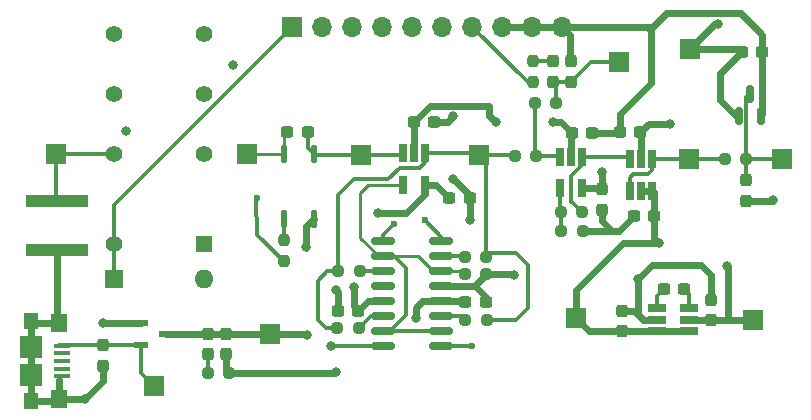
<source format=gtl>
%TF.GenerationSoftware,KiCad,Pcbnew,(6.0.7)*%
%TF.CreationDate,2023-02-28T16:34:09-05:00*%
%TF.ProjectId,Front_EndDesign3,46726f6e-745f-4456-9e64-44657369676e,rev?*%
%TF.SameCoordinates,Original*%
%TF.FileFunction,Copper,L1,Top*%
%TF.FilePolarity,Positive*%
%FSLAX46Y46*%
G04 Gerber Fmt 4.6, Leading zero omitted, Abs format (unit mm)*
G04 Created by KiCad (PCBNEW (6.0.7)) date 2023-02-28 16:34:09*
%MOMM*%
%LPD*%
G01*
G04 APERTURE LIST*
G04 Aperture macros list*
%AMRoundRect*
0 Rectangle with rounded corners*
0 $1 Rounding radius*
0 $2 $3 $4 $5 $6 $7 $8 $9 X,Y pos of 4 corners*
0 Add a 4 corners polygon primitive as box body*
4,1,4,$2,$3,$4,$5,$6,$7,$8,$9,$2,$3,0*
0 Add four circle primitives for the rounded corners*
1,1,$1+$1,$2,$3*
1,1,$1+$1,$4,$5*
1,1,$1+$1,$6,$7*
1,1,$1+$1,$8,$9*
0 Add four rect primitives between the rounded corners*
20,1,$1+$1,$2,$3,$4,$5,0*
20,1,$1+$1,$4,$5,$6,$7,0*
20,1,$1+$1,$6,$7,$8,$9,0*
20,1,$1+$1,$8,$9,$2,$3,0*%
G04 Aperture macros list end*
%TA.AperFunction,SMDPad,CuDef*%
%ADD10RoundRect,0.237500X-0.300000X-0.237500X0.300000X-0.237500X0.300000X0.237500X-0.300000X0.237500X0*%
%TD*%
%TA.AperFunction,SMDPad,CuDef*%
%ADD11RoundRect,0.137500X0.137500X-0.587500X0.137500X0.587500X-0.137500X0.587500X-0.137500X-0.587500X0*%
%TD*%
%TA.AperFunction,SMDPad,CuDef*%
%ADD12RoundRect,0.237500X-0.250000X-0.237500X0.250000X-0.237500X0.250000X0.237500X-0.250000X0.237500X0*%
%TD*%
%TA.AperFunction,SMDPad,CuDef*%
%ADD13RoundRect,0.237500X-0.237500X0.300000X-0.237500X-0.300000X0.237500X-0.300000X0.237500X0.300000X0*%
%TD*%
%TA.AperFunction,ComponentPad*%
%ADD14R,1.700000X1.700000*%
%TD*%
%TA.AperFunction,SMDPad,CuDef*%
%ADD15R,0.650000X1.560000*%
%TD*%
%TA.AperFunction,SMDPad,CuDef*%
%ADD16RoundRect,0.237500X0.300000X0.237500X-0.300000X0.237500X-0.300000X-0.237500X0.300000X-0.237500X0*%
%TD*%
%TA.AperFunction,SMDPad,CuDef*%
%ADD17R,5.207000X1.066800*%
%TD*%
%TA.AperFunction,SMDPad,CuDef*%
%ADD18RoundRect,0.237500X0.237500X-0.300000X0.237500X0.300000X-0.237500X0.300000X-0.237500X-0.300000X0*%
%TD*%
%TA.AperFunction,SMDPad,CuDef*%
%ADD19R,1.560000X0.650000*%
%TD*%
%TA.AperFunction,SMDPad,CuDef*%
%ADD20RoundRect,0.150000X0.150000X-0.587500X0.150000X0.587500X-0.150000X0.587500X-0.150000X-0.587500X0*%
%TD*%
%TA.AperFunction,ComponentPad*%
%ADD21R,1.400000X1.400000*%
%TD*%
%TA.AperFunction,ComponentPad*%
%ADD22C,1.400000*%
%TD*%
%TA.AperFunction,ComponentPad*%
%ADD23R,1.600000X1.600000*%
%TD*%
%TA.AperFunction,ComponentPad*%
%ADD24O,1.600000X1.600000*%
%TD*%
%TA.AperFunction,SMDPad,CuDef*%
%ADD25RoundRect,0.237500X0.237500X-0.250000X0.237500X0.250000X-0.237500X0.250000X-0.237500X-0.250000X0*%
%TD*%
%TA.AperFunction,SMDPad,CuDef*%
%ADD26RoundRect,0.237500X-0.237500X0.287500X-0.237500X-0.287500X0.237500X-0.287500X0.237500X0.287500X0*%
%TD*%
%TA.AperFunction,SMDPad,CuDef*%
%ADD27RoundRect,0.237500X0.250000X0.237500X-0.250000X0.237500X-0.250000X-0.237500X0.250000X-0.237500X0*%
%TD*%
%TA.AperFunction,SMDPad,CuDef*%
%ADD28R,1.300000X0.600000*%
%TD*%
%TA.AperFunction,SMDPad,CuDef*%
%ADD29RoundRect,0.237500X-0.237500X0.250000X-0.237500X-0.250000X0.237500X-0.250000X0.237500X0.250000X0*%
%TD*%
%TA.AperFunction,SMDPad,CuDef*%
%ADD30R,1.350000X0.400000*%
%TD*%
%TA.AperFunction,SMDPad,CuDef*%
%ADD31R,1.400000X1.600000*%
%TD*%
%TA.AperFunction,SMDPad,CuDef*%
%ADD32R,1.300000X1.450000*%
%TD*%
%TA.AperFunction,SMDPad,CuDef*%
%ADD33R,1.900000X1.900000*%
%TD*%
%TA.AperFunction,ComponentPad*%
%ADD34O,1.700000X1.700000*%
%TD*%
%TA.AperFunction,SMDPad,CuDef*%
%ADD35RoundRect,0.150000X0.825000X0.150000X-0.825000X0.150000X-0.825000X-0.150000X0.825000X-0.150000X0*%
%TD*%
%TA.AperFunction,ViaPad*%
%ADD36C,0.838000*%
%TD*%
%TA.AperFunction,ViaPad*%
%ADD37C,0.600000*%
%TD*%
%TA.AperFunction,ViaPad*%
%ADD38C,0.800000*%
%TD*%
%TA.AperFunction,Conductor*%
%ADD39C,0.609600*%
%TD*%
%TA.AperFunction,Conductor*%
%ADD40C,0.305000*%
%TD*%
%TA.AperFunction,Conductor*%
%ADD41C,0.250000*%
%TD*%
G04 APERTURE END LIST*
D10*
%TO.P,C12,1*%
%TO.N,+5V*%
X92763000Y-78740000D03*
%TO.P,C12,2*%
%TO.N,GND*%
X94488000Y-78740000D03*
%TD*%
D11*
%TO.P,U2,1*%
%TO.N,Net-(R5-Pad1)*%
X78740000Y-80474000D03*
%TO.P,U2,2*%
%TO.N,GND*%
X81280000Y-80474000D03*
%TO.P,U2,3*%
%TO.N,Net-(C7-Pad2)*%
X81280000Y-74974000D03*
%TO.P,U2,4*%
%TO.N,Net-(C7-Pad1)*%
X78740000Y-74974000D03*
%TD*%
D12*
%TO.P,R7,1*%
%TO.N,Net-(R7-Pad1)*%
X94063500Y-85165000D03*
%TO.P,R7,2*%
%TO.N,GND*%
X95888500Y-85165000D03*
%TD*%
D13*
%TO.P,C10,1*%
%TO.N,+5V*%
X73817000Y-90223500D03*
%TO.P,C10,2*%
%TO.N,GND*%
X73817000Y-91948500D03*
%TD*%
D14*
%TO.P,J7,1,Pin_1*%
%TO.N,Net-(J7-Pad1)*%
X95270000Y-75050000D03*
%TD*%
D12*
%TO.P,R13,1*%
%TO.N,Net-(J7-Pad1)*%
X98298000Y-75184000D03*
%TO.P,R13,2*%
%TO.N,Net-(R13-Pad2)*%
X100123000Y-75184000D03*
%TD*%
D15*
%TO.P,U6,1*%
%TO.N,Net-(J12-Pad1)*%
X109954000Y-75380000D03*
%TO.P,U6,2,V-*%
%TO.N,-5V*%
X109004000Y-75380000D03*
%TO.P,U6,3,+*%
%TO.N,Net-(R16-Pad2)*%
X108054000Y-75380000D03*
%TO.P,U6,4,-*%
%TO.N,Net-(J12-Pad1)*%
X108054000Y-78080000D03*
%TO.P,U6,5,~{DISABLE}*%
%TO.N,+5V*%
X109004000Y-78080000D03*
%TO.P,U6,6,V+*%
X109954000Y-78080000D03*
%TD*%
D16*
%TO.P,C15,1*%
%TO.N,Net-(C15-Pad1)*%
X112662500Y-86400000D03*
%TO.P,C15,2*%
%TO.N,Net-(C15-Pad2)*%
X110937500Y-86400000D03*
%TD*%
D14*
%TO.P,J4,1,Pin_1*%
%TO.N,Net-(C5-Pad1)*%
X67715000Y-94586000D03*
%TD*%
D17*
%TO.P,GD1,1*%
%TO.N,Net-(GD1-Pad1)*%
X59500000Y-78959800D03*
%TO.P,GD1,2*%
%TO.N,GND*%
X59500000Y-83100000D03*
%TD*%
D14*
%TO.P,J8,1,Pin_1*%
%TO.N,+5V*%
X103500000Y-88900000D03*
%TD*%
D18*
%TO.P,c16,1*%
%TO.N,GND*%
X105686500Y-79680500D03*
%TO.P,c16,2*%
%TO.N,+5V*%
X105686500Y-77955500D03*
%TD*%
D12*
%TO.P,R17,1*%
%TO.N,Net-(J12-Pad1)*%
X116078000Y-75420000D03*
%TO.P,R17,2*%
%TO.N,Net-(C21-Pad1)*%
X117903000Y-75420000D03*
%TD*%
D10*
%TO.P,C7,1*%
%TO.N,Net-(C7-Pad1)*%
X79047000Y-73152000D03*
%TO.P,C7,2*%
%TO.N,Net-(C7-Pad2)*%
X80772000Y-73152000D03*
%TD*%
D12*
%TO.P,R16,1*%
%TO.N,Net-(R15-Pad1)*%
X102187500Y-79900000D03*
%TO.P,R16,2*%
%TO.N,Net-(R16-Pad2)*%
X104012500Y-79900000D03*
%TD*%
D19*
%TO.P,U4,1,VIN*%
%TO.N,+5V*%
X113050000Y-89950000D03*
%TO.P,U4,2,VOUT*%
%TO.N,-5V*%
X113050000Y-89000000D03*
%TO.P,U4,3,C+*%
%TO.N,Net-(C15-Pad1)*%
X113050000Y-88050000D03*
%TO.P,U4,4,C-*%
%TO.N,Net-(C15-Pad2)*%
X110350000Y-88050000D03*
%TO.P,U4,5,GND*%
%TO.N,GND*%
X110350000Y-89000000D03*
%TO.P,U4,6,~{SHDN}*%
%TO.N,+5V*%
X110350000Y-89950000D03*
%TD*%
D16*
%TO.P,C11,1*%
%TO.N,GND*%
X91462500Y-72250000D03*
%TO.P,C11,2*%
%TO.N,-5V*%
X89737500Y-72250000D03*
%TD*%
D20*
%TO.P,D1,1,A1*%
%TO.N,+3.3V*%
X117250000Y-71737500D03*
%TO.P,D1,2,K2*%
%TO.N,GND*%
X119150000Y-71737500D03*
%TO.P,D1,3,K3A4*%
%TO.N,Net-(C21-Pad1)*%
X118200000Y-69862500D03*
%TD*%
D21*
%TO.P,K1,1*%
%TO.N,GND*%
X72012500Y-82607500D03*
D22*
%TO.P,K1,4*%
%TO.N,Net-(C7-Pad1)*%
X72012500Y-74987500D03*
%TO.P,K1,6*%
%TO.N,Net-(C1-Pad2)*%
X72012500Y-69907500D03*
%TO.P,K1,8*%
%TO.N,Net-(C3-Pad2)*%
X72012500Y-64827500D03*
%TO.P,K1,9*%
%TO.N,Net-(C3-Pad1)*%
X64392500Y-64827500D03*
%TO.P,K1,11*%
%TO.N,Net-(C2-Pad2)*%
X64392500Y-69907500D03*
%TO.P,K1,13*%
%TO.N,Net-(GD1-Pad1)*%
X64392500Y-74987500D03*
%TO.P,K1,16*%
%TO.N,attenuate*%
X64392500Y-82607500D03*
%TD*%
D23*
%TO.P,D2,1,K*%
%TO.N,attenuate*%
X64400000Y-85600000D03*
D24*
%TO.P,D2,2,A*%
%TO.N,GND*%
X72020000Y-85600000D03*
%TD*%
D10*
%TO.P,C22,1*%
%TO.N,+3.3V*%
X117537500Y-66300000D03*
%TO.P,C22,2*%
%TO.N,GND*%
X119262500Y-66300000D03*
%TD*%
D18*
%TO.P,C14,1*%
%TO.N,+5V*%
X107400000Y-89962500D03*
%TO.P,C14,2*%
%TO.N,GND*%
X107400000Y-88237500D03*
%TD*%
D13*
%TO.P,C21,1*%
%TO.N,Net-(C21-Pad1)*%
X117856000Y-77216000D03*
%TO.P,C21,2*%
%TO.N,GND*%
X117856000Y-78941000D03*
%TD*%
D18*
%TO.P,C18,1*%
%TO.N,-5V*%
X114900000Y-89025000D03*
%TO.P,C18,2*%
%TO.N,GND*%
X114900000Y-87300000D03*
%TD*%
D13*
%TO.P,C5,1*%
%TO.N,Net-(C5-Pad1)*%
X63397000Y-91183500D03*
%TO.P,C5,2*%
%TO.N,GND*%
X63397000Y-92908500D03*
%TD*%
D18*
%TO.P,C13,1*%
%TO.N,Net-(C13-Pad1)*%
X103100000Y-68862500D03*
%TO.P,C13,2*%
%TO.N,GND*%
X103100000Y-67137500D03*
%TD*%
D12*
%TO.P,R6,1*%
%TO.N,Net-(C8-Pad1)*%
X72314500Y-93526000D03*
%TO.P,R6,2*%
%TO.N,GND*%
X74139500Y-93526000D03*
%TD*%
D14*
%TO.P,J12,1,Pin_1*%
%TO.N,Net-(J12-Pad1)*%
X113030000Y-75438000D03*
%TD*%
D25*
%TO.P,R8,1*%
%TO.N,pwm*%
X99800000Y-68912500D03*
%TO.P,R8,2*%
%TO.N,Net-(L1-Pad1)*%
X99800000Y-67087500D03*
%TD*%
D15*
%TO.P,U5,1*%
%TO.N,Net-(R16-Pad2)*%
X103996500Y-75194000D03*
%TO.P,U5,2,V-*%
%TO.N,-5V*%
X103046500Y-75194000D03*
%TO.P,U5,3,+*%
%TO.N,Net-(R13-Pad2)*%
X102096500Y-75194000D03*
%TO.P,U5,4,-*%
%TO.N,Net-(R15-Pad1)*%
X102096500Y-77894000D03*
%TO.P,U5,5,V+*%
%TO.N,+5V*%
X103996500Y-77894000D03*
%TD*%
D26*
%TO.P,L1,1,1*%
%TO.N,Net-(L1-Pad1)*%
X101500000Y-67125000D03*
%TO.P,L1,2,2*%
%TO.N,Net-(C13-Pad1)*%
X101500000Y-68875000D03*
%TD*%
D12*
%TO.P,R15,1*%
%TO.N,Net-(R15-Pad1)*%
X102211500Y-81534000D03*
%TO.P,R15,2*%
%TO.N,GND*%
X104036500Y-81534000D03*
%TD*%
D27*
%TO.P,R12,1*%
%TO.N,Net-(R12-Pad1)*%
X85112500Y-89729000D03*
%TO.P,R12,2*%
%TO.N,Net-(J7-Pad1)*%
X83287500Y-89729000D03*
%TD*%
D28*
%TO.P,Q1,1,G*%
%TO.N,GND*%
X66677000Y-89276000D03*
%TO.P,Q1,2,S*%
%TO.N,Net-(C5-Pad1)*%
X66677000Y-91176000D03*
%TO.P,Q1,3,D*%
%TO.N,+5V*%
X68777000Y-90226000D03*
%TD*%
D27*
%TO.P,R14,1*%
%TO.N,Net-(C13-Pad1)*%
X101812500Y-70700000D03*
%TO.P,R14,2*%
%TO.N,Net-(R13-Pad2)*%
X99987500Y-70700000D03*
%TD*%
D29*
%TO.P,R5,1*%
%TO.N,Net-(R5-Pad1)*%
X78740000Y-82249000D03*
%TO.P,R5,2*%
%TO.N,acdc*%
X78740000Y-84074000D03*
%TD*%
D14*
%TO.P,J3,1,Pin_1*%
%TO.N,Net-(C7-Pad1)*%
X75600000Y-75000000D03*
%TD*%
D30*
%TO.P,J2,1,1*%
%TO.N,Net-(C5-Pad1)*%
X59975000Y-91200000D03*
%TO.P,J2,2,2*%
%TO.N,unconnected-(J2-Pad2)*%
X59975000Y-91850000D03*
%TO.P,J2,3,3*%
%TO.N,unconnected-(J2-Pad3)*%
X59975000Y-92500000D03*
%TO.P,J2,4,4*%
%TO.N,unconnected-(J2-Pad4)*%
X59975000Y-93150000D03*
%TO.P,J2,5,5*%
%TO.N,GND*%
X59975000Y-93800000D03*
D31*
%TO.P,J2,S1,SHIELD*%
X59750000Y-89300000D03*
D32*
%TO.P,J2,S2,SHIELD*%
X57300000Y-89075000D03*
D33*
%TO.P,J2,S3,SHIELD*%
X57300000Y-91300000D03*
%TO.P,J2,S4,SHIELD*%
X57300000Y-93700000D03*
D32*
%TO.P,J2,S5,SHIELD*%
X57300000Y-95925000D03*
D31*
%TO.P,J2,S6,SHIELD*%
X59750000Y-95700000D03*
%TD*%
D10*
%TO.P,c19,1*%
%TO.N,GND*%
X108357500Y-80264000D03*
%TO.P,c19,2*%
%TO.N,+5V*%
X110082500Y-80264000D03*
%TD*%
D27*
%TO.P,R10,1*%
%TO.N,Net-(R10-Pad1)*%
X85178500Y-84865000D03*
%TO.P,R10,2*%
%TO.N,Net-(J7-Pad1)*%
X83353500Y-84865000D03*
%TD*%
D18*
%TO.P,C8,1*%
%TO.N,Net-(C8-Pad1)*%
X72297000Y-91948500D03*
%TO.P,C8,2*%
%TO.N,+5V*%
X72297000Y-90223500D03*
%TD*%
D15*
%TO.P,U3,1*%
%TO.N,Net-(J7-Pad1)*%
X90720000Y-74890000D03*
%TO.P,U3,2,V-*%
%TO.N,-5V*%
X89770000Y-74890000D03*
%TO.P,U3,3,+*%
%TO.N,Net-(C7-Pad2)*%
X88820000Y-74890000D03*
%TO.P,U3,4,-*%
%TO.N,Net-(R7-Pad1)*%
X88820000Y-77590000D03*
%TO.P,U3,5,V+*%
%TO.N,+5V*%
X90720000Y-77590000D03*
%TD*%
D14*
%TO.P,J5,1,Pin_1*%
%TO.N,Net-(C7-Pad2)*%
X85280000Y-75040000D03*
%TD*%
%TO.P,J1,1,Pin_1*%
%TO.N,Net-(GD1-Pad1)*%
X59436000Y-74970000D03*
%TD*%
D16*
%TO.P,C20,1*%
%TO.N,-5V*%
X108913000Y-73152000D03*
%TO.P,C20,2*%
%TO.N,GND*%
X107188000Y-73152000D03*
%TD*%
D14*
%TO.P,J11,1,Pin_1*%
%TO.N,attenuate*%
X79475000Y-64200000D03*
D34*
%TO.P,J11,2,Pin_2*%
%TO.N,acdc*%
X82015000Y-64200000D03*
%TO.P,J11,3,Pin_3*%
%TO.N,amp1-10*%
X84555000Y-64200000D03*
%TO.P,J11,4,Pin_4*%
%TO.N,amp1-5*%
X87095000Y-64200000D03*
%TO.P,J11,5,Pin_5*%
%TO.N,amp1-2.5*%
X89635000Y-64200000D03*
%TO.P,J11,6,Pin_6*%
%TO.N,amp1-1*%
X92175000Y-64200000D03*
%TO.P,J11,7,Pin_7*%
%TO.N,pwm*%
X94715000Y-64200000D03*
%TO.P,J11,8,Pin_8*%
%TO.N,GND*%
X97255000Y-64200000D03*
%TO.P,J11,9,Pin_9*%
X99795000Y-64200000D03*
%TO.P,J11,10,Pin_10*%
X102335000Y-64200000D03*
%TD*%
D14*
%TO.P,J10,1,Pin_1*%
%TO.N,-5V*%
X118500000Y-89000000D03*
%TD*%
D12*
%TO.P,R11,1*%
%TO.N,Net-(R11-Pad1)*%
X94063500Y-83655000D03*
%TO.P,R11,2*%
%TO.N,Net-(J7-Pad1)*%
X95888500Y-83655000D03*
%TD*%
D10*
%TO.P,C6,1*%
%TO.N,-5V*%
X94123500Y-87495000D03*
%TO.P,C6,2*%
%TO.N,GND*%
X95848500Y-87495000D03*
%TD*%
D14*
%TO.P,J14,1,Pin_1*%
%TO.N,+3.3V*%
X113100000Y-66100000D03*
%TD*%
%TO.P,J9,1,Pin_1*%
%TO.N,Net-(C13-Pad1)*%
X107100000Y-67200000D03*
%TD*%
%TO.P,J6,1,Pin_1*%
%TO.N,+5V*%
X77567000Y-90236000D03*
%TD*%
D35*
%TO.P,U1,1*%
%TO.N,amp1-1*%
X92091000Y-91240000D03*
%TO.P,U1,2*%
%TO.N,Net-(R7-Pad1)*%
X92091000Y-89970000D03*
%TO.P,U1,3*%
%TO.N,Net-(R9-Pad1)*%
X92091000Y-88700000D03*
%TO.P,U1,4,V-*%
%TO.N,-5V*%
X92091000Y-87430000D03*
%TO.P,U1,5,GND*%
%TO.N,GND*%
X92091000Y-86160000D03*
%TO.P,U1,6*%
%TO.N,Net-(R7-Pad1)*%
X92091000Y-84890000D03*
%TO.P,U1,7*%
%TO.N,Net-(R11-Pad1)*%
X92091000Y-83620000D03*
%TO.P,U1,8*%
%TO.N,amp1-2.5*%
X92091000Y-82350000D03*
%TO.P,U1,9*%
%TO.N,amp1-5*%
X87141000Y-82350000D03*
%TO.P,U1,10*%
%TO.N,Net-(R7-Pad1)*%
X87141000Y-83620000D03*
%TO.P,U1,11*%
%TO.N,Net-(R10-Pad1)*%
X87141000Y-84890000D03*
%TO.P,U1,12,VL*%
%TO.N,unconnected-(U1-Pad12)*%
X87141000Y-86160000D03*
%TO.P,U1,13,V+*%
%TO.N,+5V*%
X87141000Y-87430000D03*
%TO.P,U1,14*%
%TO.N,Net-(R12-Pad1)*%
X87141000Y-88700000D03*
%TO.P,U1,15*%
%TO.N,Net-(R7-Pad1)*%
X87141000Y-89970000D03*
%TO.P,U1,16*%
%TO.N,amp1-10*%
X87141000Y-91240000D03*
%TD*%
D14*
%TO.P,J13,1,Pin_1*%
%TO.N,Net-(C21-Pad1)*%
X120904000Y-75420000D03*
%TD*%
D10*
%TO.P,C17,1*%
%TO.N,-5V*%
X103146500Y-73230000D03*
%TO.P,C17,2*%
%TO.N,GND*%
X104871500Y-73230000D03*
%TD*%
D12*
%TO.P,R9,1*%
%TO.N,Net-(R9-Pad1)*%
X94083500Y-89005000D03*
%TO.P,R9,2*%
%TO.N,Net-(J7-Pad1)*%
X95908500Y-89005000D03*
%TD*%
D16*
%TO.P,C9,1*%
%TO.N,+5V*%
X85062500Y-88229000D03*
%TO.P,C9,2*%
%TO.N,GND*%
X83337500Y-88229000D03*
%TD*%
D36*
%TO.N,GND*%
X80642700Y-82857300D03*
X98200000Y-85200000D03*
X61900000Y-95700000D03*
X74400000Y-67400000D03*
X83200000Y-93400000D03*
X93100000Y-71800000D03*
X83200000Y-86500000D03*
X94500000Y-80600000D03*
X65400000Y-73000000D03*
X93100000Y-77100000D03*
X108700000Y-85600000D03*
X120200000Y-78900000D03*
X63400000Y-89300000D03*
D37*
X106300000Y-81500000D03*
D36*
X109800000Y-64400000D03*
%TO.N,-5V*%
X116300000Y-84500000D03*
X101500000Y-72300000D03*
X89900000Y-88900000D03*
X111400000Y-72400000D03*
X96700000Y-72300000D03*
%TO.N,+5V*%
X105700000Y-76500000D03*
D38*
X110490000Y-82550000D03*
D36*
X86700000Y-80000000D03*
X80700000Y-90300000D03*
X84700000Y-86229000D03*
%TO.N,+3.3V*%
X115500000Y-64000000D03*
D37*
%TO.N,acdc*%
X76500000Y-78700000D03*
%TO.N,amp1-1*%
X94700000Y-91229000D03*
%TO.N,amp1-2.5*%
X90700000Y-80600000D03*
%TO.N,amp1-5*%
X88100000Y-80900000D03*
D36*
%TO.N,amp1-10*%
X82700000Y-91200000D03*
%TD*%
D39*
%TO.N,GND*%
X119262500Y-66300000D02*
X119262500Y-71625000D01*
X117476200Y-63076200D02*
X111123800Y-63076200D01*
X94488000Y-78740000D02*
X94488000Y-78488000D01*
X66677000Y-89276000D02*
X63624000Y-89276000D01*
X97255000Y-64200000D02*
X99795000Y-64200000D01*
X63556000Y-89256000D02*
X63600000Y-89300000D01*
X106466000Y-81534000D02*
X106500000Y-81500000D01*
X59750000Y-95700000D02*
X59750000Y-94079800D01*
X114900000Y-85200000D02*
X114100000Y-84400000D01*
X108422900Y-88237500D02*
X108700000Y-88514600D01*
X105686500Y-80686500D02*
X106500000Y-81500000D01*
X83074000Y-93526000D02*
X83200000Y-93400000D01*
X107400000Y-88237500D02*
X108422900Y-88237500D01*
X59525000Y-95925000D02*
X59750000Y-95700000D01*
X81280000Y-80474000D02*
X80642700Y-81111300D01*
X59750000Y-89300000D02*
X57525000Y-89300000D01*
X120159000Y-78941000D02*
X120200000Y-78900000D01*
X106300000Y-81500000D02*
X106466000Y-81534000D01*
X114900000Y-87300000D02*
X114900000Y-85200000D01*
X57300000Y-95925000D02*
X59525000Y-95925000D01*
X109600000Y-64200000D02*
X109800000Y-64400000D01*
X107188000Y-73152000D02*
X107188000Y-71612000D01*
X114100000Y-84400000D02*
X109900000Y-84400000D01*
X63624000Y-89276000D02*
X63600000Y-89300000D01*
X106500000Y-81500000D02*
X107121500Y-81500000D01*
X109185400Y-89000000D02*
X108700000Y-88514600D01*
X104036500Y-81534000D02*
X106300000Y-81500000D01*
X103000000Y-64865000D02*
X102335000Y-64200000D01*
X59750000Y-95700000D02*
X61900000Y-95700000D01*
X104871500Y-73230000D02*
X107110000Y-73230000D01*
X83337500Y-88229000D02*
X83337500Y-86637500D01*
X80600000Y-82900000D02*
X80642700Y-82857300D01*
X103000000Y-64865000D02*
X103000000Y-67037500D01*
X63397000Y-94203000D02*
X61900000Y-95700000D01*
X119262500Y-64862500D02*
X117476200Y-63076200D01*
X63397000Y-92908500D02*
X63397000Y-94203000D01*
X98065000Y-85165000D02*
X98200000Y-85200000D01*
X73817000Y-93203500D02*
X74139500Y-93526000D01*
X57525000Y-89300000D02*
X57300000Y-89075000D01*
X110350000Y-89000000D02*
X109185400Y-89000000D01*
X95888500Y-85165000D02*
X98065000Y-85165000D01*
X103000000Y-67037500D02*
X103100000Y-67137500D01*
X73817000Y-91948500D02*
X73817000Y-93203500D01*
X111123800Y-63076200D02*
X109800000Y-64400000D01*
X92650000Y-72250000D02*
X93100000Y-71800000D01*
X57300000Y-89075000D02*
X57300000Y-91300000D01*
X109800000Y-69000000D02*
X109800000Y-64400000D01*
X59500000Y-83100000D02*
X59500000Y-89050000D01*
X99795000Y-64200000D02*
X102335000Y-64200000D01*
X95848500Y-87115000D02*
X94893500Y-86160000D01*
X117856000Y-78941000D02*
X120159000Y-78941000D01*
X59500000Y-89050000D02*
X59750000Y-89300000D01*
X109900000Y-84400000D02*
X108700000Y-85600000D01*
X74139500Y-93526000D02*
X83074000Y-93526000D01*
X102335000Y-64200000D02*
X109600000Y-64200000D01*
X107188000Y-71612000D02*
X107200000Y-71600000D01*
X98200000Y-85200000D02*
X98100000Y-85200000D01*
X107121500Y-81500000D02*
X108357500Y-80264000D01*
X119262500Y-66300000D02*
X119262500Y-64862500D01*
X94488000Y-78740000D02*
X94488000Y-80588000D01*
X94893500Y-86160000D02*
X95888500Y-85165000D01*
X108700000Y-88514600D02*
X108700000Y-85600000D01*
X91462500Y-72250000D02*
X92650000Y-72250000D01*
X94488000Y-80588000D02*
X94500000Y-80600000D01*
X63400000Y-89300000D02*
X63556000Y-89256000D01*
X105686500Y-79680500D02*
X105686500Y-80686500D01*
X57300000Y-91300000D02*
X57300000Y-93700000D01*
X80642700Y-81111300D02*
X80600000Y-82900000D01*
X92091000Y-86160000D02*
X94893500Y-86160000D01*
X107200000Y-71600000D02*
X109800000Y-69000000D01*
X83337500Y-86637500D02*
X83200000Y-86500000D01*
X94488000Y-78488000D02*
X93100000Y-77100000D01*
X57300000Y-93700000D02*
X57300000Y-95925000D01*
X119262500Y-71625000D02*
X119150000Y-71737500D01*
X95848500Y-87495000D02*
X95848500Y-87115000D01*
X107110000Y-73230000D02*
X107188000Y-73152000D01*
D40*
%TO.N,Net-(C5-Pad1)*%
X66677000Y-93548000D02*
X67715000Y-94586000D01*
X59737000Y-91156000D02*
X63369500Y-91156000D01*
X63397000Y-91183500D02*
X63404500Y-91176000D01*
X63404500Y-91176000D02*
X66677000Y-91176000D01*
X63369500Y-91156000D02*
X63397000Y-91183500D01*
X66677000Y-91176000D02*
X66677000Y-93548000D01*
D39*
%TO.N,-5V*%
X118475000Y-89025000D02*
X118500000Y-89000000D01*
X108913000Y-73152000D02*
X109665000Y-72400000D01*
X89770000Y-72282500D02*
X89737500Y-72250000D01*
X96700000Y-72300000D02*
X96123800Y-71723800D01*
X94058500Y-87430000D02*
X94123500Y-87495000D01*
X116325000Y-89025000D02*
X118475000Y-89025000D01*
X114900000Y-89025000D02*
X116325000Y-89025000D01*
X116325000Y-89025000D02*
X116325000Y-84525000D01*
X103146500Y-73230000D02*
X102216500Y-72300000D01*
X116325000Y-84525000D02*
X116300000Y-84500000D01*
X92091000Y-87430000D02*
X94058500Y-87430000D01*
X113050000Y-89000000D02*
X114875000Y-89000000D01*
X109665000Y-72400000D02*
X111400000Y-72400000D01*
X91111300Y-70876200D02*
X96123800Y-70876200D01*
X109004000Y-75380000D02*
X109004000Y-73243000D01*
X103046500Y-73330000D02*
X103146500Y-73230000D01*
X96123800Y-71723800D02*
X96123800Y-70876200D01*
X103046500Y-75194000D02*
X103046500Y-73330000D01*
X102216500Y-72300000D02*
X101500000Y-72300000D01*
X114875000Y-89000000D02*
X114900000Y-89025000D01*
X90470000Y-87430000D02*
X89900000Y-88000000D01*
X92091000Y-87430000D02*
X90470000Y-87430000D01*
X109004000Y-73243000D02*
X108913000Y-73152000D01*
X89900000Y-88000000D02*
X89900000Y-88900000D01*
X89770000Y-74890000D02*
X89770000Y-72282500D01*
X89737500Y-72250000D02*
X91111300Y-70876200D01*
D41*
%TO.N,Net-(C7-Pad1)*%
X78714000Y-75000000D02*
X75600000Y-75000000D01*
X78740000Y-73459000D02*
X79047000Y-73152000D01*
X78740000Y-74974000D02*
X78714000Y-75000000D01*
X78740000Y-74974000D02*
X78740000Y-73459000D01*
D40*
%TO.N,Net-(C7-Pad2)*%
X80772000Y-73152000D02*
X80772000Y-74466000D01*
X81346000Y-75040000D02*
X85280000Y-75040000D01*
X85280000Y-75040000D02*
X88670000Y-75040000D01*
X88670000Y-75040000D02*
X88820000Y-74890000D01*
X80772000Y-74466000D02*
X81280000Y-74974000D01*
%TO.N,Net-(C8-Pad1)*%
X72297000Y-91948500D02*
X72297000Y-93508500D01*
X72297000Y-93508500D02*
X72314500Y-93526000D01*
D39*
%TO.N,+5V*%
X105700000Y-77942000D02*
X105700000Y-76500000D01*
X72294500Y-90226000D02*
X72297000Y-90223500D01*
X105625000Y-77894000D02*
X105686500Y-77955500D01*
X90720000Y-78380000D02*
X89100000Y-80000000D01*
X107450000Y-82550000D02*
X110490000Y-82550000D01*
X77567000Y-90236000D02*
X80636000Y-90236000D01*
X84700000Y-86229000D02*
X84700000Y-87866500D01*
X91613000Y-77590000D02*
X92763000Y-78740000D01*
X110337500Y-89962500D02*
X110350000Y-89950000D01*
X90720000Y-77590000D02*
X90720000Y-78380000D01*
X85062500Y-88229000D02*
X85861500Y-87430000D01*
X104562500Y-89962500D02*
X103500000Y-88900000D01*
X84700000Y-87866500D02*
X85062500Y-88229000D01*
X103500000Y-86500000D02*
X107450000Y-82550000D01*
X85861500Y-87430000D02*
X87141000Y-87430000D01*
X107400000Y-89962500D02*
X110337500Y-89962500D01*
X77554500Y-90223500D02*
X77567000Y-90236000D01*
X110082500Y-80264000D02*
X110082500Y-82142500D01*
X73817000Y-90223500D02*
X77554500Y-90223500D01*
X103500000Y-88900000D02*
X103500000Y-86500000D01*
X80636000Y-90236000D02*
X80700000Y-90300000D01*
X110350000Y-89950000D02*
X113050000Y-89950000D01*
X90720000Y-77590000D02*
X91613000Y-77590000D01*
X105686500Y-77955500D02*
X105700000Y-77942000D01*
X110082500Y-82142500D02*
X110490000Y-82550000D01*
X68777000Y-90226000D02*
X72294500Y-90226000D01*
X103996500Y-77894000D02*
X105625000Y-77894000D01*
X110082500Y-80264000D02*
X110082500Y-78208500D01*
X89100000Y-80000000D02*
X86700000Y-80000000D01*
X109004000Y-78080000D02*
X109954000Y-78080000D01*
X72297000Y-90223500D02*
X73817000Y-90223500D01*
X110082500Y-78208500D02*
X109954000Y-78080000D01*
X107400000Y-89962500D02*
X104562500Y-89962500D01*
D40*
%TO.N,Net-(C13-Pad1)*%
X103100000Y-68862500D02*
X104762500Y-67200000D01*
X101512500Y-68862500D02*
X101500000Y-68875000D01*
X101812500Y-70700000D02*
X101812500Y-69187500D01*
X101812500Y-69187500D02*
X101500000Y-68875000D01*
X103100000Y-68862500D02*
X101512500Y-68862500D01*
X104762500Y-67200000D02*
X107100000Y-67200000D01*
%TO.N,Net-(C21-Pad1)*%
X117903000Y-75420000D02*
X117903000Y-70159500D01*
X117903000Y-70159500D02*
X118200000Y-69862500D01*
X117903000Y-77169000D02*
X117856000Y-77216000D01*
X117903000Y-75420000D02*
X120904000Y-75420000D01*
X117903000Y-75420000D02*
X117903000Y-77169000D01*
D39*
%TO.N,+3.3V*%
X113100000Y-66100000D02*
X115200000Y-64000000D01*
X117537500Y-66300000D02*
X115700000Y-68137500D01*
X115700000Y-68137500D02*
X115700000Y-70400000D01*
X117037500Y-71737500D02*
X117245700Y-71737500D01*
X115200000Y-64000000D02*
X115500000Y-64000000D01*
X115700000Y-70400000D02*
X117037500Y-71737500D01*
X113100000Y-66100000D02*
X117337500Y-66100000D01*
X117337500Y-66100000D02*
X117537500Y-66300000D01*
D40*
%TO.N,Net-(GD1-Pad1)*%
X64375000Y-74970000D02*
X64392500Y-74987500D01*
X59436000Y-78895800D02*
X59500000Y-78959800D01*
X59436000Y-74970000D02*
X64375000Y-74970000D01*
X59436000Y-74970000D02*
X59436000Y-78895800D01*
%TO.N,Net-(J7-Pad1)*%
X99400000Y-88000000D02*
X98395000Y-89005000D01*
X82435000Y-84865000D02*
X83353500Y-84865000D01*
X90265000Y-76135000D02*
X88577500Y-76135000D01*
X87600000Y-77112500D02*
X84687500Y-77112500D01*
X90720000Y-74890000D02*
X90720000Y-75680000D01*
X81600000Y-89000000D02*
X81600000Y-85700000D01*
X83353500Y-78446500D02*
X84687500Y-77112500D01*
X98395000Y-89005000D02*
X95908500Y-89005000D01*
X99400000Y-84400000D02*
X99400000Y-88000000D01*
X82329000Y-89729000D02*
X81600000Y-89000000D01*
X88577500Y-76135000D02*
X87600000Y-77112500D01*
X98400000Y-83400000D02*
X99400000Y-84400000D01*
X83353500Y-84865000D02*
X83353500Y-78446500D01*
X98164000Y-75050000D02*
X98298000Y-75184000D01*
X95270000Y-75050000D02*
X98164000Y-75050000D01*
X96143500Y-83400000D02*
X98400000Y-83400000D01*
X90720000Y-74890000D02*
X95110000Y-74890000D01*
X95270000Y-75050000D02*
X95888500Y-75668500D01*
X90720000Y-75680000D02*
X90265000Y-76135000D01*
X95110000Y-74890000D02*
X95270000Y-75050000D01*
X81600000Y-85700000D02*
X82435000Y-84865000D01*
X83287500Y-89729000D02*
X82329000Y-89729000D01*
X95888500Y-75668500D02*
X95888500Y-83655000D01*
X95888500Y-83655000D02*
X96143500Y-83400000D01*
%TO.N,attenuate*%
X64400000Y-85600000D02*
X64400000Y-82615000D01*
X64392500Y-79282500D02*
X79475000Y-64200000D01*
X64400000Y-82615000D02*
X64392500Y-82607500D01*
X64392500Y-82607500D02*
X64392500Y-79282500D01*
%TO.N,acdc*%
X76500000Y-81834000D02*
X76400000Y-78800000D01*
X78740000Y-84074000D02*
X76500000Y-81834000D01*
X76400000Y-78800000D02*
X76500000Y-78700000D01*
%TO.N,amp1-1*%
X94689000Y-91240000D02*
X94700000Y-91229000D01*
X92091000Y-91240000D02*
X94689000Y-91240000D01*
%TO.N,amp1-2.5*%
X92091000Y-81991000D02*
X92091000Y-82350000D01*
X90700000Y-80600000D02*
X92091000Y-81991000D01*
%TO.N,amp1-5*%
X87141000Y-81859000D02*
X88100000Y-80900000D01*
X87141000Y-82350000D02*
X87141000Y-81859000D01*
%TO.N,amp1-10*%
X82740000Y-91240000D02*
X82700000Y-91200000D01*
X87141000Y-91240000D02*
X82740000Y-91240000D01*
%TO.N,pwm*%
X94715000Y-64200000D02*
X99427500Y-68912500D01*
X99427500Y-68912500D02*
X99800000Y-68912500D01*
%TO.N,Net-(J12-Pad1)*%
X109954000Y-75380000D02*
X112972000Y-75380000D01*
X116060000Y-75438000D02*
X116078000Y-75420000D01*
X109600000Y-76700000D02*
X109954000Y-76346000D01*
X108349000Y-76700000D02*
X109600000Y-76700000D01*
X112972000Y-75380000D02*
X113030000Y-75438000D01*
X108054000Y-76995000D02*
X108349000Y-76700000D01*
X109954000Y-76346000D02*
X109954000Y-75380000D01*
X108054000Y-78080000D02*
X108054000Y-76995000D01*
X113030000Y-75438000D02*
X116060000Y-75438000D01*
%TO.N,Net-(L1-Pad1)*%
X99800000Y-67087500D02*
X101462500Y-67087500D01*
X101462500Y-67087500D02*
X101500000Y-67125000D01*
%TO.N,Net-(R5-Pad1)*%
X78740000Y-80474000D02*
X78740000Y-82249000D01*
D41*
%TO.N,Net-(R7-Pad1)*%
X86764249Y-83620000D02*
X87141000Y-83620000D01*
X90091000Y-83620000D02*
X87141000Y-83620000D01*
X93788500Y-84890000D02*
X94063500Y-85165000D01*
D40*
X87141000Y-89970000D02*
X87759000Y-89970000D01*
D41*
X85200000Y-78300000D02*
X85910000Y-77590000D01*
X85200000Y-78300000D02*
X85200000Y-82055751D01*
D40*
X88091000Y-83620000D02*
X87141000Y-83620000D01*
D41*
X85910000Y-77590000D02*
X88820000Y-77590000D01*
D40*
X89100000Y-88629000D02*
X89100000Y-84629000D01*
X87141000Y-89970000D02*
X92091000Y-89970000D01*
X87759000Y-89970000D02*
X89100000Y-88629000D01*
D41*
X92091000Y-84890000D02*
X91361000Y-84890000D01*
X92091000Y-84890000D02*
X93788500Y-84890000D01*
D40*
X89100000Y-84629000D02*
X88091000Y-83620000D01*
D41*
X85200000Y-82055751D02*
X86764249Y-83620000D01*
X91361000Y-84890000D02*
X90091000Y-83620000D01*
D40*
%TO.N,Net-(R9-Pad1)*%
X93778500Y-88700000D02*
X94083500Y-89005000D01*
X92091000Y-88700000D02*
X93778500Y-88700000D01*
%TO.N,Net-(R10-Pad1)*%
X85178500Y-84865000D02*
X86923500Y-84865000D01*
X86923500Y-84865000D02*
X86923500Y-84890000D01*
%TO.N,Net-(R11-Pad1)*%
X92091000Y-83620000D02*
X94028500Y-83620000D01*
X94028500Y-83620000D02*
X94063500Y-83655000D01*
%TO.N,Net-(R12-Pad1)*%
X86141500Y-88700000D02*
X87141000Y-88700000D01*
X85112500Y-89729000D02*
X86141500Y-88700000D01*
%TO.N,Net-(R13-Pad2)*%
X102086500Y-75184000D02*
X102096500Y-75194000D01*
X99987500Y-75048500D02*
X100123000Y-75184000D01*
X99987500Y-70700000D02*
X99987500Y-75048500D01*
X100123000Y-75184000D02*
X102086500Y-75184000D01*
%TO.N,Net-(R15-Pad1)*%
X102187500Y-79900000D02*
X102187500Y-81510000D01*
X102096500Y-77894000D02*
X102096500Y-79809000D01*
X102096500Y-79809000D02*
X102187500Y-79900000D01*
%TO.N,Net-(R16-Pad2)*%
X103100000Y-79027500D02*
X103100000Y-76800000D01*
X103100000Y-79027500D02*
X103140000Y-79027500D01*
X103100000Y-76800000D02*
X103996500Y-75903500D01*
X103140000Y-79027500D02*
X104012500Y-79900000D01*
X107868000Y-75194000D02*
X108054000Y-75380000D01*
X103996500Y-75194000D02*
X107868000Y-75194000D01*
X103996500Y-75903500D02*
X103996500Y-75194000D01*
%TO.N,Net-(C15-Pad1)*%
X113050000Y-86787500D02*
X112662500Y-86400000D01*
X113050000Y-88050000D02*
X113050000Y-86787500D01*
%TO.N,Net-(C15-Pad2)*%
X110350000Y-86987500D02*
X110937500Y-86400000D01*
X110350000Y-88050000D02*
X110350000Y-86987500D01*
%TD*%
M02*

</source>
